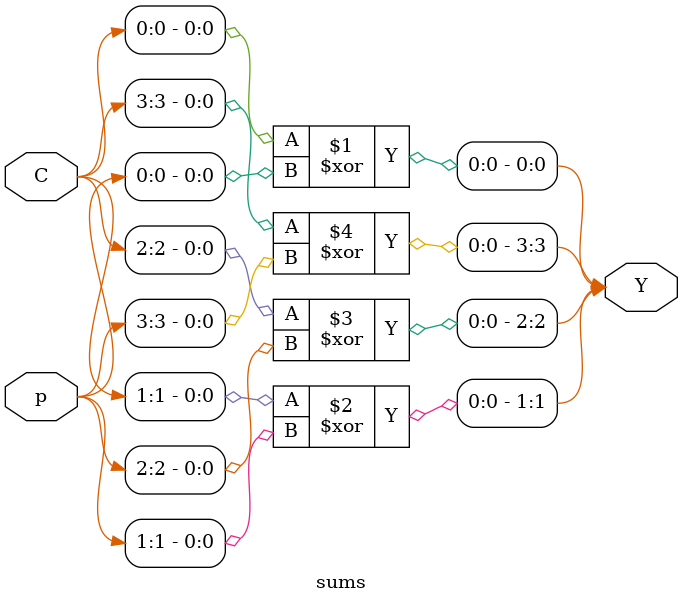
<source format=v>
`timescale 1ns / 1ps


module sums(input [3:0] p, C, output [3:0] Y);

assign Y[0] = C[0] ^ p[0];
assign Y[1] = C[1] ^ p[1];
assign Y[2] = C[2] ^ p[2];
assign Y[3] = C[3] ^ p[3];

endmodule

</source>
